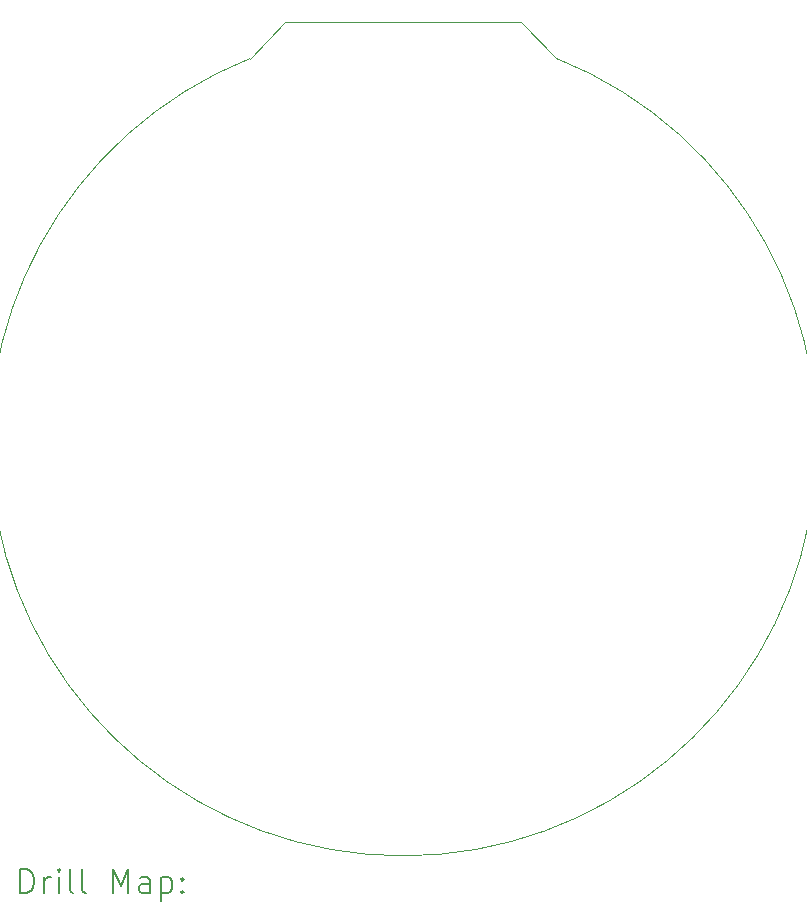
<source format=gbr>
%TF.GenerationSoftware,KiCad,Pcbnew,8.0.7*%
%TF.CreationDate,2024-12-28T18:31:31-05:00*%
%TF.ProjectId,nob,6e6f622e-6b69-4636-9164-5f7063625858,rev?*%
%TF.SameCoordinates,Original*%
%TF.FileFunction,Drillmap*%
%TF.FilePolarity,Positive*%
%FSLAX45Y45*%
G04 Gerber Fmt 4.5, Leading zero omitted, Abs format (unit mm)*
G04 Created by KiCad (PCBNEW 8.0.7) date 2024-12-28 18:31:31*
%MOMM*%
%LPD*%
G01*
G04 APERTURE LIST*
%ADD10C,0.050000*%
%ADD11C,0.200000*%
G04 APERTURE END LIST*
D10*
X14300000Y-3750000D02*
G75*
G02*
X11700000Y-3750000I-1300000J-3250000D01*
G01*
X12000000Y-3440000D02*
X14000000Y-3440000D01*
X11700000Y-3750000D02*
X12000000Y-3440000D01*
X14000000Y-3440000D02*
X14300000Y-3750000D01*
D11*
X9757920Y-10814341D02*
X9757920Y-10614341D01*
X9757920Y-10614341D02*
X9805539Y-10614341D01*
X9805539Y-10614341D02*
X9834110Y-10623865D01*
X9834110Y-10623865D02*
X9853158Y-10642912D01*
X9853158Y-10642912D02*
X9862682Y-10661960D01*
X9862682Y-10661960D02*
X9872205Y-10700055D01*
X9872205Y-10700055D02*
X9872205Y-10728627D01*
X9872205Y-10728627D02*
X9862682Y-10766722D01*
X9862682Y-10766722D02*
X9853158Y-10785769D01*
X9853158Y-10785769D02*
X9834110Y-10804817D01*
X9834110Y-10804817D02*
X9805539Y-10814341D01*
X9805539Y-10814341D02*
X9757920Y-10814341D01*
X9957920Y-10814341D02*
X9957920Y-10681008D01*
X9957920Y-10719103D02*
X9967444Y-10700055D01*
X9967444Y-10700055D02*
X9976967Y-10690531D01*
X9976967Y-10690531D02*
X9996015Y-10681008D01*
X9996015Y-10681008D02*
X10015063Y-10681008D01*
X10081729Y-10814341D02*
X10081729Y-10681008D01*
X10081729Y-10614341D02*
X10072205Y-10623865D01*
X10072205Y-10623865D02*
X10081729Y-10633389D01*
X10081729Y-10633389D02*
X10091253Y-10623865D01*
X10091253Y-10623865D02*
X10081729Y-10614341D01*
X10081729Y-10614341D02*
X10081729Y-10633389D01*
X10205539Y-10814341D02*
X10186491Y-10804817D01*
X10186491Y-10804817D02*
X10176967Y-10785769D01*
X10176967Y-10785769D02*
X10176967Y-10614341D01*
X10310301Y-10814341D02*
X10291253Y-10804817D01*
X10291253Y-10804817D02*
X10281729Y-10785769D01*
X10281729Y-10785769D02*
X10281729Y-10614341D01*
X10538872Y-10814341D02*
X10538872Y-10614341D01*
X10538872Y-10614341D02*
X10605539Y-10757198D01*
X10605539Y-10757198D02*
X10672205Y-10614341D01*
X10672205Y-10614341D02*
X10672205Y-10814341D01*
X10853158Y-10814341D02*
X10853158Y-10709579D01*
X10853158Y-10709579D02*
X10843634Y-10690531D01*
X10843634Y-10690531D02*
X10824586Y-10681008D01*
X10824586Y-10681008D02*
X10786491Y-10681008D01*
X10786491Y-10681008D02*
X10767444Y-10690531D01*
X10853158Y-10804817D02*
X10834110Y-10814341D01*
X10834110Y-10814341D02*
X10786491Y-10814341D01*
X10786491Y-10814341D02*
X10767444Y-10804817D01*
X10767444Y-10804817D02*
X10757920Y-10785769D01*
X10757920Y-10785769D02*
X10757920Y-10766722D01*
X10757920Y-10766722D02*
X10767444Y-10747674D01*
X10767444Y-10747674D02*
X10786491Y-10738150D01*
X10786491Y-10738150D02*
X10834110Y-10738150D01*
X10834110Y-10738150D02*
X10853158Y-10728627D01*
X10948396Y-10681008D02*
X10948396Y-10881008D01*
X10948396Y-10690531D02*
X10967444Y-10681008D01*
X10967444Y-10681008D02*
X11005539Y-10681008D01*
X11005539Y-10681008D02*
X11024586Y-10690531D01*
X11024586Y-10690531D02*
X11034110Y-10700055D01*
X11034110Y-10700055D02*
X11043634Y-10719103D01*
X11043634Y-10719103D02*
X11043634Y-10776246D01*
X11043634Y-10776246D02*
X11034110Y-10795293D01*
X11034110Y-10795293D02*
X11024586Y-10804817D01*
X11024586Y-10804817D02*
X11005539Y-10814341D01*
X11005539Y-10814341D02*
X10967444Y-10814341D01*
X10967444Y-10814341D02*
X10948396Y-10804817D01*
X11129348Y-10795293D02*
X11138872Y-10804817D01*
X11138872Y-10804817D02*
X11129348Y-10814341D01*
X11129348Y-10814341D02*
X11119825Y-10804817D01*
X11119825Y-10804817D02*
X11129348Y-10795293D01*
X11129348Y-10795293D02*
X11129348Y-10814341D01*
X11129348Y-10690531D02*
X11138872Y-10700055D01*
X11138872Y-10700055D02*
X11129348Y-10709579D01*
X11129348Y-10709579D02*
X11119825Y-10700055D01*
X11119825Y-10700055D02*
X11129348Y-10690531D01*
X11129348Y-10690531D02*
X11129348Y-10709579D01*
M02*

</source>
